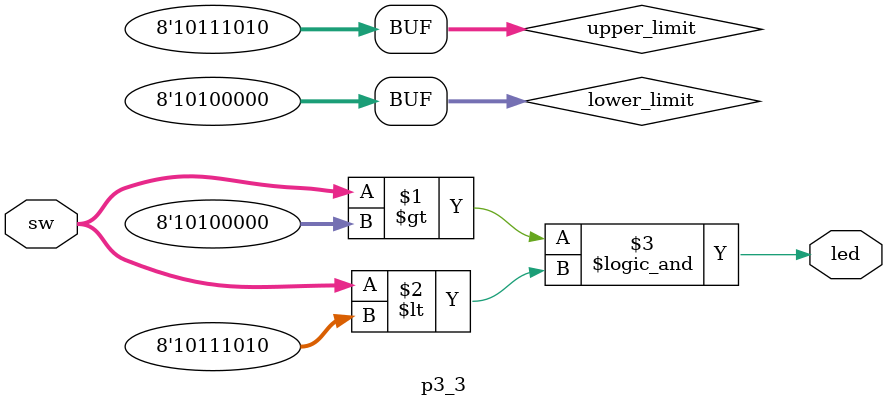
<source format=v>
`timescale 1ns/1ps
module p3_3 (
    input [7:0] sw, // 8-bit binary representation
    output led       // Output signal indicating temperature in range
);

// Define temperature range boundaries in binary
wire [7:0] lower_limit = 8'b10100000; // 62.5 degrees
wire [7:0] upper_limit = 8'b10111010; // 72.5 degrees

assign led = (sw > lower_limit) && (sw < upper_limit);

endmodule
</source>
